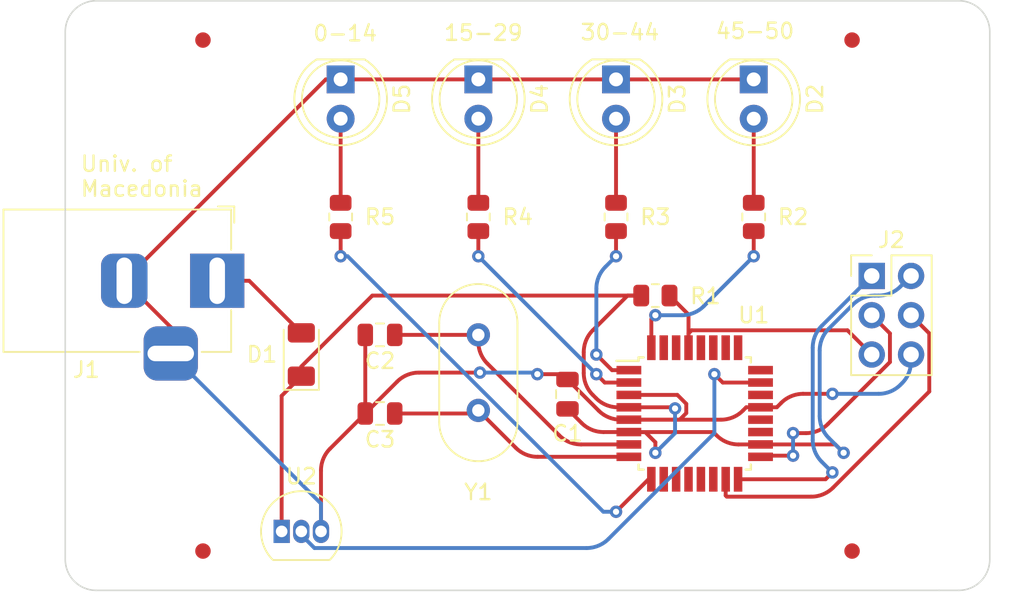
<source format=kicad_pcb>
(kicad_pcb (version 20221018) (generator pcbnew)
  (layers (0 "F.Cu" signal) (31 "B.Cu" signal) (34 "B.Paste" user) (35 "F.Paste" user) (36 "B.SilkS" user "B.Silkscreen") (37 "F.SilkS" user "F.Silkscreen") (38 "B.Mask" user) (39 "F.Mask" user) (44 "Edge.Cuts" user))
  (net 0 "")
  (net 1 "VCC")
  (net 2 "GND")
  (net 3 "Net-(U1-XTAL1{slash}PB6)")
  (net 4 "Net-(U1-XTAL2{slash}PB7)")
  (net 5 "Net-(D1-A)")
  (net 6 "Net-(D2-A)")
  (net 7 "Net-(D3-A)")
  (net 8 "Net-(D4-A)")
  (net 9 "Net-(D5-A)")
  (net 10 "Net-(J2-Pin_1)")
  (net 11 "Net-(J2-Pin_3)")
  (net 12 "Net-(J2-Pin_4)")
  (net 13 "/RESET")
  (net 14 "Net-(U1-PD2)")
  (net 15 "Net-(U1-PD3)")
  (net 16 "Net-(U1-PD4)")
  (net 17 "Net-(U1-PD5)")
  (net 26 "Net-(U1-PC0)")
  (footprint "Resistor_SMD:R_0805_2012Metric" (layer "F.Cu") (at 175.26 81.28 -90)
    (fp_text reference "R3" (at 0 -2.54) (layer "F.SilkS"))
    (fp_text value "150R")
    (fp_line (start -0.227064 -0.735) (end 0.227064 -0.735) (stroke (width 0.12)) (layer "F.SilkS"))
    (fp_line (start -0.227064 0.735) (end 0.227064 0.735) (stroke (width 0.12)) (layer "F.SilkS"))
    (pad "1" smd roundrect (at -0.9125 0 270) (size 1.025 1.4) (layers "F.Cu" "F.Paste" "F.Mask") (roundrect_rratio 0.243902439) (net 7 "Net-(D3-A)"))
    (pad "2" smd roundrect (at 0.9125 0 270) (size 1.025 1.4) (layers "F.Cu" "F.Paste" "F.Mask") (roundrect_rratio 0.243902439) (net 15 "Net-(U1-PD3)"))
  )
  (footprint "Resistor_SMD:R_0805_2012Metric" (layer "F.Cu") (at 184.15 81.28 -90)
    (fp_text reference "R2" (at 0 -2.54) (layer "F.SilkS"))
    (fp_text value "150R")
    (fp_line (start -0.227064 -0.735) (end 0.227064 -0.735) (stroke (width 0.12)) (layer "F.SilkS"))
    (fp_line (start -0.227064 0.735) (end 0.227064 0.735) (stroke (width 0.12)) (layer "F.SilkS"))
    (pad "1" smd roundrect (at -0.9125 0 270) (size 1.025 1.4) (layers "F.Cu" "F.Paste" "F.Mask") (roundrect_rratio 0.243902439) (net 6 "Net-(D2-A)"))
    (pad "2" smd roundrect (at 0.9125 0 270) (size 1.025 1.4) (layers "F.Cu" "F.Paste" "F.Mask") (roundrect_rratio 0.243902439) (net 14 "Net-(U1-PD2)"))
  )
  (footprint "Resistor_SMD:R_0805_2012Metric" (layer "F.Cu") (at 177.8 86.36)
    (fp_text reference "R1" (at 3.228185 0.032947) (layer "F.SilkS"))
    (fp_text value "10K")
    (fp_line (start -0.227064 -0.735) (end 0.227064 -0.735) (stroke (width 0.12)) (layer "F.SilkS"))
    (fp_line (start -0.227064 0.735) (end 0.227064 0.735) (stroke (width 0.12)) (layer "F.SilkS"))
    (pad "1" smd roundrect (at -0.9125 0) (size 1.025 1.4) (layers "F.Cu" "F.Paste" "F.Mask") (roundrect_rratio 0.243902439) (net 1 "VCC"))
    (pad "2" smd roundrect (at 0.9125 0) (size 1.025 1.4) (layers "F.Cu" "F.Paste" "F.Mask") (roundrect_rratio 0.243902439) (net 13 "/RESET"))
  )
  (footprint "LED_THT:LED_D5.0mm" (layer "F.Cu") (at 157.48 72.39 -90)
    (fp_text reference "D5" (at 1.27 -3.96 90) (layer "F.SilkS"))
    (fp_text value "0-14")
    (fp_line (start -1.29 -1.545) (end -1.29 1.545) (stroke (width 0.12)) (layer "F.SilkS"))
    (fp_arc (start -1.29 -1.54483) (mid 2.072002 -2.880433) (end 4.26 0.000462) (stroke (width 0.12)) (layer "F.SilkS"))
    (fp_arc (start 4.26 -0.000462) (mid 2.072002 2.880433) (end -1.29 1.54483) (stroke (width 0.12)) (layer "F.SilkS"))
    (fp_circle (center 1.27 0) (end 3.77 0) (stroke (width 0.12)) (fill none) (layer "F.SilkS"))
    (pad "1" thru_hole rect (at 0 0 270) (size 1.8 1.8) (drill 0.9) (layers "*.Cu" "*.Mask") (net 2 "GND"))
    (pad "2" thru_hole circle (at 2.54 0 270) (size 1.8 1.8) (drill 0.9) (layers "*.Cu" "*.Mask") (net 9 "Net-(D5-A)"))
  )
  (footprint "Resistor_SMD:R_0805_2012Metric" (layer "F.Cu") (at 157.48 81.28 -90)
    (fp_text reference "R5" (at 0 -2.54) (layer "F.SilkS"))
    (fp_text value "150R")
    (fp_line (start -0.227064 -0.735) (end 0.227064 -0.735) (stroke (width 0.12)) (layer "F.SilkS"))
    (fp_line (start -0.227064 0.735) (end 0.227064 0.735) (stroke (width 0.12)) (layer "F.SilkS"))
    (pad "1" smd roundrect (at -0.9125 0 270) (size 1.025 1.4) (layers "F.Cu" "F.Paste" "F.Mask") (roundrect_rratio 0.243902439) (net 9 "Net-(D5-A)"))
    (pad "2" smd roundrect (at 0.9125 0 270) (size 1.025 1.4) (layers "F.Cu" "F.Paste" "F.Mask") (roundrect_rratio 0.243902439) (net 17 "Net-(U1-PD5)"))
  )
  (footprint "Fiducial:Fiducial_1mm_Mask2mm" (layer "F.Cu") (at 190.5 69.85)
    (fp_text reference "FID2" hide)
    (fp_text value "Fiducial")
    (pad "" smd circle (at 0 0) (size 1 1) (layers "F.Cu" "F.Mask") (clearance 0.5))
  )
  (footprint "Package_TO_SOT_THT:TO-92_Inline" (layer "F.Cu") (at 153.67 101.6)
    (fp_text reference "U2" (at 1.27 -3.56) (layer "F.SilkS"))
    (fp_text value "TSIC306-TO92")
    (fp_line (start -0.53 1.85) (end 3.07 1.85) (stroke (width 0.12)) (layer "F.SilkS"))
    (fp_arc (start -0.568478 1.838478) (mid -1.132087 -0.994977) (end 1.27 -2.6) (stroke (width 0.12)) (layer "F.SilkS"))
    (fp_arc (start 1.27 -2.6) (mid 3.672087 -0.994977) (end 3.108478 1.838478) (stroke (width 0.12)) (layer "F.SilkS"))
    (pad "1" thru_hole rect (at 0 0) (size 1.05 1.5) (drill 0.75) (layers "*.Cu" "*.Mask") (net 1 "VCC"))
    (pad "2" thru_hole oval (at 1.27 0) (size 1.05 1.5) (drill 0.75) (layers "*.Cu" "*.Mask") (net 26 "Net-(U1-PC0)"))
    (pad "3" thru_hole oval (at 2.54 0) (size 1.05 1.5) (drill 0.75) (layers "*.Cu" "*.Mask") (net 2 "GND"))
  )
  (footprint "Diode_SMD:D_1206_3216Metric" (layer "F.Cu") (at 154.94 90.17 90)
    (fp_text reference "D1" (at 0 -2.54) (layer "F.SilkS"))
    (fp_text value "D")
    (fp_line (start -2.285 -1.135) (end -2.285 1.135) (stroke (width 0.12)) (layer "F.SilkS"))
    (fp_line (start -2.285 1.135) (end 1.6 1.135) (stroke (width 0.12)) (layer "F.SilkS"))
    (fp_line (start 1.6 -1.135) (end -2.285 -1.135) (stroke (width 0.12)) (layer "F.SilkS"))
    (pad "1" smd roundrect (at -1.4 0 90) (size 1.25 1.75) (layers "F.Cu" "F.Paste" "F.Mask") (roundrect_rratio 0.2) (net 1 "VCC"))
    (pad "2" smd roundrect (at 1.4 0 90) (size 1.25 1.75) (layers "F.Cu" "F.Paste" "F.Mask") (roundrect_rratio 0.2) (net 5 "Net-(D1-A)"))
  )
  (footprint "Fiducial:Fiducial_1mm_Mask2mm" (layer "F.Cu") (at 148.59 69.85)
    (fp_text reference "FID1" hide)
    (fp_text value "Fiducial")
    (pad "" smd circle (at 0 0) (size 1 1) (layers "F.Cu" "F.Mask") (clearance 0.5))
  )
  (footprint "LED_THT:LED_D5.0mm" (layer "F.Cu") (at 166.37 72.39 -90)
    (fp_text reference "D4" (at 1.27 -3.96 90) (layer "F.SilkS"))
    (fp_text value "15-29")
    (fp_line (start -1.29 -1.545) (end -1.29 1.545) (stroke (width 0.12)) (layer "F.SilkS"))
    (fp_arc (start -1.29 -1.54483) (mid 2.072002 -2.880433) (end 4.26 0.000462) (stroke (width 0.12)) (layer "F.SilkS"))
    (fp_arc (start 4.26 -0.000462) (mid 2.072002 2.880433) (end -1.29 1.54483) (stroke (width 0.12)) (layer "F.SilkS"))
    (fp_circle (center 1.27 0) (end 3.77 0) (stroke (width 0.12)) (fill none) (layer "F.SilkS"))
    (pad "1" thru_hole rect (at 0 0 270) (size 1.8 1.8) (drill 0.9) (layers "*.Cu" "*.Mask") (net 2 "GND"))
    (pad "2" thru_hole circle (at 2.54 0 270) (size 1.8 1.8) (drill 0.9) (layers "*.Cu" "*.Mask") (net 8 "Net-(D4-A)"))
  )
  (footprint "Package_QFP:TQFP-32_7x7mm_P0.8mm" (layer "F.Cu") (at 180.34 93.98)
    (fp_text reference "U1" (at 3.81 -6.35) (layer "F.SilkS"))
    (fp_text value "ATmega328-A")
    (fp_line (start -3.625 -3.625) (end -3.625 -3.4) (stroke (width 0.15)) (layer "F.SilkS"))
    (fp_line (start -3.625 -3.625) (end -3.3 -3.625) (stroke (width 0.15)) (layer "F.SilkS"))
    (fp_line (start -3.625 -3.4) (end -5.05 -3.4) (stroke (width 0.15)) (layer "F.SilkS"))
    (fp_line (start -3.625 3.625) (end -3.625 3.3) (stroke (width 0.15)) (layer "F.SilkS"))
    (fp_line (start -3.625 3.625) (end -3.3 3.625) (stroke (width 0.15)) (layer "F.SilkS"))
    (fp_line (start 3.625 -3.625) (end 3.3 -3.625) (stroke (width 0.15)) (layer "F.SilkS"))
    (fp_line (start 3.625 -3.625) (end 3.625 -3.3) (stroke (width 0.15)) (layer "F.SilkS"))
    (fp_line (start 3.625 3.625) (end 3.3 3.625) (stroke (width 0.15)) (layer "F.SilkS"))
    (fp_line (start 3.625 3.625) (end 3.625 3.3) (stroke (width 0.15)) (layer "F.SilkS"))
    (pad "1" smd rect (at -4.25 -2.8) (size 1.6 0.55) (layers "F.Cu" "F.Paste" "F.Mask") (net 15 "Net-(U1-PD3)"))
    (pad "2" smd rect (at -4.25 -2) (size 1.6 0.55) (layers "F.Cu" "F.Paste" "F.Mask") (net 16 "Net-(U1-PD4)"))
    (pad "3" smd rect (at -4.25 -1.2) (size 1.6 0.55) (layers "F.Cu" "F.Paste" "F.Mask") (net 2 "GND"))
    (pad "4" smd rect (at -4.25 -0.4) (size 1.6 0.55) (layers "F.Cu" "F.Paste" "F.Mask") (net 1 "VCC"))
    (pad "5" smd rect (at -4.25 0.4) (size 1.6 0.55) (layers "F.Cu" "F.Paste" "F.Mask") (net 2 "GND"))
    (pad "6" smd rect (at -4.25 1.2) (size 1.6 0.55) (layers "F.Cu" "F.Paste" "F.Mask") (net 1 "VCC"))
    (pad "7" smd rect (at -4.25 2) (size 1.6 0.55) (layers "F.Cu" "F.Paste" "F.Mask") (net 3 "Net-(U1-XTAL1{slash}PB6)"))
    (pad "8" smd rect (at -4.25 2.8) (size 1.6 0.55) (layers "F.Cu" "F.Paste" "F.Mask") (net 4 "Net-(U1-XTAL2{slash}PB7)"))
    (pad "9" smd rect (at -2.8 4.25 90) (size 1.6 0.55) (layers "F.Cu" "F.Paste" "F.Mask") (net 17 "Net-(U1-PD5)"))
    (pad "10" smd rect (at -2 4.25 90) (size 1.6 0.55) (layers "F.Cu" "F.Paste" "F.Mask"))
    (pad "11" smd rect (at -1.2 4.25 90) (size 1.6 0.55) (layers "F.Cu" "F.Paste" "F.Mask"))
    (pad "12" smd rect (at -0.4 4.25 90) (size 1.6 0.55) (layers "F.Cu" "F.Paste" "F.Mask"))
    (pad "13" smd rect (at 0.4 4.25 90) (size 1.6 0.55) (layers "F.Cu" "F.Paste" "F.Mask"))
    (pad "14" smd rect (at 1.2 4.25 90) (size 1.6 0.55) (layers "F.Cu" "F.Paste" "F.Mask"))
    (pad "15" smd rect (at 2 4.25 90) (size 1.6 0.55) (layers "F.Cu" "F.Paste" "F.Mask") (net 12 "Net-(J2-Pin_4)"))
    (pad "16" smd rect (at 2.8 4.25 90) (size 1.6 0.55) (layers "F.Cu" "F.Paste" "F.Mask") (net 10 "Net-(J2-Pin_1)"))
    (pad "17" smd rect (at 4.25 2.8) (size 1.6 0.55) (layers "F.Cu" "F.Paste" "F.Mask") (net 11 "Net-(J2-Pin_3)"))
    (pad "18" smd rect (at 4.25 2) (size 1.6 0.55) (layers "F.Cu" "F.Paste" "F.Mask") (net 1 "VCC"))
    (pad "19" smd rect (at 4.25 1.2) (size 1.6 0.55) (layers "F.Cu" "F.Paste" "F.Mask"))
    (pad "20" smd rect (at 4.25 0.4) (size 1.6 0.55) (layers "F.Cu" "F.Paste" "F.Mask"))
    (pad "21" smd rect (at 4.25 -0.4) (size 1.6 0.55) (layers "F.Cu" "F.Paste" "F.Mask") (net 2 "GND"))
    (pad "22" smd rect (at 4.25 -1.2) (size 1.6 0.55) (layers "F.Cu" "F.Paste" "F.Mask"))
    (pad "23" smd rect (at 4.25 -2) (size 1.6 0.55) (layers "F.Cu" "F.Paste" "F.Mask") (net 26 "Net-(U1-PC0)"))
    (pad "24" smd rect (at 4.25 -2.8) (size 1.6 0.55) (layers "F.Cu" "F.Paste" "F.Mask"))
    (pad "25" smd rect (at 2.8 -4.25 90) (size 1.6 0.55) (layers "F.Cu" "F.Paste" "F.Mask"))
    (pad "26" smd rect (at 2 -4.25 90) (size 1.6 0.55) (layers "F.Cu" "F.Paste" "F.Mask"))
    (pad "27" smd rect (at 1.2 -4.25 90) (size 1.6 0.55) (layers "F.Cu" "F.Paste" "F.Mask"))
    (pad "28" smd rect (at 0.4 -4.25 90) (size 1.6 0.55) (layers "F.Cu" "F.Paste" "F.Mask"))
    (pad "29" smd rect (at -0.4 -4.25 90) (size 1.6 0.55) (layers "F.Cu" "F.Paste" "F.Mask") (net 13 "/RESET"))
    (pad "30" smd rect (at -1.2 -4.25 90) (size 1.6 0.55) (layers "F.Cu" "F.Paste" "F.Mask"))
    (pad "31" smd rect (at -2 -4.25 90) (size 1.6 0.55) (layers "F.Cu" "F.Paste" "F.Mask"))
    (pad "32" smd rect (at -2.8 -4.25 90) (size 1.6 0.55) (layers "F.Cu" "F.Paste" "F.Mask") (net 14 "Net-(U1-PD2)"))
  )
  (footprint "Crystal:Crystal_HC49-4H_Vertical" (layer "F.Cu") (at 166.37 88.9 -90)
    (fp_text reference "Y1" (at 10.16 0) (layer "F.SilkS"))
    (fp_text value "16mhZ")
    (fp_line (start -0.76 -2.525) (end 5.64 -2.525) (stroke (width 0.12)) (layer "F.SilkS"))
    (fp_line (start -0.76 2.525) (end 5.64 2.525) (stroke (width 0.12)) (layer "F.SilkS"))
    (fp_arc (start -0.76 2.525) (mid -3.285 0) (end -0.76 -2.525) (stroke (width 0.12)) (layer "F.SilkS"))
    (fp_arc (start 5.64 -2.525) (mid 8.165 0) (end 5.64 2.525) (stroke (width 0.12)) (layer "F.SilkS"))
    (pad "1" thru_hole circle (at 0 0 270) (size 1.5 1.5) (drill 0.8) (layers "*.Cu" "*.Mask") (net 3 "Net-(U1-XTAL1{slash}PB6)"))
    (pad "2" thru_hole circle (at 4.88 0 270) (size 1.5 1.5) (drill 0.8) (layers "*.Cu" "*.Mask") (net 4 "Net-(U1-XTAL2{slash}PB7)"))
  )
  (footprint "Connector_PinHeader_2.54mm:PinHeader_2x03_P2.54mm_Vertical" (layer "F.Cu") (at 191.77 85.09)
    (fp_text reference "J2" (at 1.27 -2.33) (layer "F.SilkS"))
    (fp_text value "Conn_02x03_Odd_Even")
    (fp_line (start -1.33 -1.33) (end 0 -1.33) (stroke (width 0.12)) (layer "F.SilkS"))
    (fp_line (start -1.33 0) (end -1.33 -1.33) (stroke (width 0.12)) (layer "F.SilkS"))
    (fp_line (start -1.33 1.27) (end -1.33 6.41) (stroke (width 0.12)) (layer "F.SilkS"))
    (fp_line (start -1.33 1.27) (end 1.27 1.27) (stroke (width 0.12)) (layer "F.SilkS"))
    (fp_line (start -1.33 6.41) (end 3.87 6.41) (stroke (width 0.12)) (layer "F.SilkS"))
    (fp_line (start 1.27 -1.33) (end 3.87 -1.33) (stroke (width 0.12)) (layer "F.SilkS"))
    (fp_line (start 1.27 1.27) (end 1.27 -1.33) (stroke (width 0.12)) (layer "F.SilkS"))
    (fp_line (start 3.87 -1.33) (end 3.87 6.41) (stroke (width 0.12)) (layer "F.SilkS"))
    (pad "1" thru_hole rect (at 0 0) (size 1.7 1.7) (drill 1) (layers "*.Cu" "*.Mask") (net 10 "Net-(J2-Pin_1)"))
    (pad "2" thru_hole oval (at 2.54 0) (size 1.7 1.7) (drill 1) (layers "*.Cu" "*.Mask") (net 1 "VCC"))
    (pad "3" thru_hole oval (at 0 2.54) (size 1.7 1.7) (drill 1) (layers "*.Cu" "*.Mask") (net 11 "Net-(J2-Pin_3)"))
    (pad "4" thru_hole oval (at 2.54 2.54) (size 1.7 1.7) (drill 1) (layers "*.Cu" "*.Mask") (net 12 "Net-(J2-Pin_4)"))
    (pad "5" thru_hole oval (at 0 5.08) (size 1.7 1.7) (drill 1) (layers "*.Cu" "*.Mask") (net 13 "/RESET"))
    (pad "6" thru_hole oval (at 2.54 5.08) (size 1.7 1.7) (drill 1) (layers "*.Cu" "*.Mask") (net 2 "GND"))
  )
  (footprint "Resistor_SMD:R_0805_2012Metric" (layer "F.Cu") (at 166.37 81.28 -90)
    (fp_text reference "R4" (at 0 -2.54) (layer "F.SilkS"))
    (fp_text value "150R")
    (fp_line (start -0.227064 -0.735) (end 0.227064 -0.735) (stroke (width 0.12)) (layer "F.SilkS"))
    (fp_line (start -0.227064 0.735) (end 0.227064 0.735) (stroke (width 0.12)) (layer "F.SilkS"))
    (pad "1" smd roundrect (at -0.9125 0 270) (size 1.025 1.4) (layers "F.Cu" "F.Paste" "F.Mask") (roundrect_rratio 0.243902439) (net 8 "Net-(D4-A)"))
    (pad "2" smd roundrect (at 0.9125 0 270) (size 1.025 1.4) (layers "F.Cu" "F.Paste" "F.Mask") (roundrect_rratio 0.243902439) (net 16 "Net-(U1-PD4)"))
  )
  (footprint "Connector_BarrelJack:BarrelJack_Horizontal" (layer "F.Cu") (at 149.51 85.4025)
    (fp_text reference "J1" (at -8.45 5.75) (layer "F.SilkS"))
    (fp_text value "Barrel_Jack_Switch")
    (fp_line (start -13.8 -4.6) (end 0.9 -4.6) (stroke (width 0.12)) (layer "F.SilkS"))
    (fp_line (start -13.8 4.6) (end -13.8 -4.6) (stroke (width 0.12)) (layer "F.SilkS"))
    (fp_line (start -5 4.6) (end -13.8 4.6) (stroke (width 0.12)) (layer "F.SilkS"))
    (fp_line (start 0.05 -4.8) (end 1.1 -4.8) (stroke (width 0.12)) (layer "F.SilkS"))
    (fp_line (start 0.9 -4.6) (end 0.9 -2) (stroke (width 0.12)) (layer "F.SilkS"))
    (fp_line (start 0.9 1.9) (end 0.9 4.6) (stroke (width 0.12)) (layer "F.SilkS"))
    (fp_line (start 0.9 4.6) (end -1 4.6) (stroke (width 0.12)) (layer "F.SilkS"))
    (fp_line (start 1.1 -3.75) (end 1.1 -4.8) (stroke (width 0.12)) (layer "F.SilkS"))
    (pad "1" thru_hole rect (at 0 0) (size 3.5 3.5) (drill oval 1 3) (layers "*.Cu" "*.Mask") (net 5 "Net-(D1-A)"))
    (pad "2" thru_hole roundrect (at -6 0) (size 3 3.5) (drill oval 1 3) (layers "*.Cu" "*.Mask") (net 2 "GND"))
    (pad "3" thru_hole roundrect (at -3 4.7) (size 3.5 3.5) (drill oval 3 1) (layers "*.Cu" "*.Mask") (net 2 "GND"))
  )
  (footprint "MountingHole:MountingHole_3.2mm_M3" (layer "F.Cu") (at 144.78 99.06)
    (fp_text reference "H3" hide)
    (fp_text value "MountingHole")
    (pad "" np_thru_hole circle (at 0 0) (size 3.2 3.2) (drill 3.2) (layers "*.Cu" "*.Mask"))
  )
  (footprint "MountingHole:MountingHole_3.2mm_M3" (layer "F.Cu") (at 194.31 73.66)
    (fp_text reference "H2" hide)
    (fp_text value "MountingHole")
    (pad "" np_thru_hole circle (at 0 0) (size 3.2 3.2) (drill 3.2) (layers "*.Cu" "*.Mask"))
  )
  (footprint "Fiducial:Fiducial_1mm_Mask2mm" (layer "F.Cu") (at 190.5 102.87)
    (fp_text reference "FID4" hide)
    (fp_text value "Fiducial")
    (pad "" smd circle (at 0 0) (size 1 1) (layers "F.Cu" "F.Mask") (clearance 0.5))
  )
  (footprint "LED_THT:LED_D5.0mm" (layer "F.Cu") (at 184.15 72.39 -90)
    (fp_text reference "D2" (at 1.27 -3.96 90) (layer "F.SilkS"))
    (fp_text value "45-50")
    (fp_line (start -1.29 -1.545) (end -1.29 1.545) (stroke (width 0.12)) (layer "F.SilkS"))
    (fp_arc (start -1.29 -1.54483) (mid 2.072002 -2.880433) (end 4.26 0.000462) (stroke (width 0.12)) (layer "F.SilkS"))
    (fp_arc (start 4.26 -0.000462) (mid 2.072002 2.880433) (end -1.29 1.54483) (stroke (width 0.12)) (layer "F.SilkS"))
    (fp_circle (center 1.27 0) (end 3.77 0) (stroke (width 0.12)) (fill none) (layer "F.SilkS"))
    (pad "1" thru_hole rect (at 0 0 270) (size 1.8 1.8) (drill 0.9) (layers "*.Cu" "*.Mask") (net 2 "GND"))
    (pad "2" thru_hole circle (at 2.54 0 270) (size 1.8 1.8) (drill 0.9) (layers "*.Cu" "*.Mask") (net 6 "Net-(D2-A)"))
  )
  (footprint "Capacitor_SMD:C_0805_2012Metric" (layer "F.Cu") (at 172.125822 92.732843 90)
    (fp_text reference "C1" (at -2.54 0) (layer "F.SilkS"))
    (fp_text value "100nF")
    (fp_line (start -0.261252 -0.735) (end 0.261252 -0.735) (stroke (width 0.12)) (layer "F.SilkS"))
    (fp_line (start -0.261252 0.735) (end 0.261252 0.735) (stroke (width 0.12)) (layer "F.SilkS"))
    (pad "1" smd roundrect (at -0.95 0 90) (size 1 1.45) (layers "F.Cu" "F.Paste" "F.Mask") (net 1 "VCC"))
    (pad "2" smd roundrect (at 0.95 0 90) (size 1 1.45) (layers "F.Cu" "F.Paste" "F.Mask") (net 2 "GND"))
  )
  (footprint "MountingHole:MountingHole_3.2mm_M3" (layer "F.Cu") (at 144.78 73.66)
    (fp_text reference "H1" hide)
    (fp_text value "MountingHole")
    (pad "" np_thru_hole circle (at 0 0) (size 3.2 3.2) (drill 3.2) (layers "*.Cu" "*.Mask"))
  )
  (footprint "LED_THT:LED_D5.0mm" (layer "F.Cu") (at 175.26 72.39 -90)
    (fp_text reference "D3" (at 1.27 -3.96 90) (layer "F.SilkS"))
    (fp_text value "30-44")
    (fp_line (start -1.29 -1.545) (end -1.29 1.545) (stroke (width 0.12)) (layer "F.SilkS"))
    (fp_arc (start -1.29 -1.54483) (mid 2.072002 -2.880433) (end 4.26 0.000462) (stroke (width 0.12)) (layer "F.SilkS"))
    (fp_arc (start 4.26 -0.000462) (mid 2.072002 2.880433) (end -1.29 1.54483) (stroke (width 0.12)) (layer "F.SilkS"))
    (fp_circle (center 1.27 0) (end 3.77 0) (stroke (width 0.12)) (fill none) (layer "F.SilkS"))
    (pad "1" thru_hole rect (at 0 0 270) (size 1.8 1.8) (drill 0.9) (layers "*.Cu" "*.Mask") (net 2 "GND"))
    (pad "2" thru_hole circle (at 2.54 0 270) (size 1.8 1.8) (drill 0.9) (layers "*.Cu" "*.Mask") (net 7 "Net-(D3-A)"))
  )
  (footprint "MountingHole:MountingHole_3.2mm_M3" (layer "F.Cu") (at 194.31 99.06)
    (fp_text reference "H4" hide)
    (fp_text value "MountingHole")
    (pad "" np_thru_hole circle (at 0 0) (size 3.2 3.2) (drill 3.2) (layers "*.Cu" "*.Mask"))
  )
  (footprint "Capacitor_SMD:C_0805_2012Metric" (layer "F.Cu") (at 160.02 93.98 180)
    (fp_text reference "C3" (at 0 -1.68) (layer "F.SilkS"))
    (fp_text value "22pF")
    (fp_line (start -0.261252 -0.735) (end 0.261252 -0.735) (stroke (width 0.12)) (layer "F.SilkS"))
    (fp_line (start -0.261252 0.735) (end 0.261252 0.735) (stroke (width 0.12)) (layer "F.SilkS"))
    (pad "1" smd roundrect (at -0.95 0 180) (size 1 1.45) (layers "F.Cu" "F.Paste" "F.Mask") (net 4 "Net-(U1-XTAL2{slash}PB7)"))
    (pad "2" smd roundrect (at 0.95 0 180) (size 1 1.45) (layers "F.Cu" "F.Paste" "F.Mask") (net 2 "GND"))
  )
  (footprint "Capacitor_SMD:C_0805_2012Metric" (layer "F.Cu") (at 160.02 88.9 180)
    (fp_text reference "C2" (at 0 -1.68) (layer "F.SilkS"))
    (fp_text value "22pF")
    (fp_line (start -0.261252 -0.735) (end 0.261252 -0.735) (stroke (width 0.12)) (layer "F.SilkS"))
    (fp_line (start -0.261252 0.735) (end 0.261252 0.735) (stroke (width 0.12)) (layer "F.SilkS"))
    (pad "1" smd roundrect (at -0.95 0 180) (size 1 1.45) (layers "F.Cu" "F.Paste" "F.Mask") (net 3 "Net-(U1-XTAL1{slash}PB6)"))
    (pad "2" smd roundrect (at 0.95 0 180) (size 1 1.45) (layers "F.Cu" "F.Paste" "F.Mask") (net 2 "GND"))
  )
  (footprint "Fiducial:Fiducial_1mm_Mask2mm" (layer "F.Cu") (at 148.59 102.87)
    (fp_text reference "FID3" hide)
    (fp_text value "Fiducial")
    (pad "" smd circle (at 0 0) (size 1 1) (layers "F.Cu" "F.Mask") (clearance 0.5))
  )
  (gr_arc (start 139.7 69.31) (mid 140.285786 67.895786) (end 141.7 67.31) (stroke (width 0.1)) (layer "Edge.Cuts"))
  (gr_arc (start 141.7 105.41) (mid 140.285786 104.824214) (end 139.7 103.41) (stroke (width 0.1)) (layer "Edge.Cuts"))
  (gr_line (start 196.12 67.31) (end 197.39 67.31) (stroke (width 0.1)) (layer "Edge.Cuts"))
  (gr_arc (start 199.39 103.41) (mid 198.804214 104.824214) (end 197.39 105.41) (stroke (width 0.1)) (layer "Edge.Cuts"))
  (gr_line (start 141.7 67.31) (end 196.12 67.31) (stroke (width 0.1)) (layer "Edge.Cuts"))
  (gr_line (start 199.39 69.31) (end 199.39 103.41) (stroke (width 0.1)) (layer "Edge.Cuts"))
  (gr_line (start 197.39 105.41) (end 196.12 105.41) (stroke (width 0.1)) (layer "Edge.Cuts"))
  (gr_line (start 139.7 69.31) (end 139.7 103.41) (stroke (width 0.1)) (layer "Edge.Cuts"))
  (gr_arc (start 197.39 67.31) (mid 198.804214 67.895786) (end 199.39 69.31) (stroke (width 0.1)) (layer "Edge.Cuts"))
  (gr_line (start 196.12 105.41) (end 141.7 105.41) (stroke (width 0.1)) (layer "Edge.Cuts"))
  (gr_text "45-50" (at 181.61 69.85) (layer "F.SilkS") (effects (font (size 1 1)) (justify left bottom)))
  (gr_text "30-44" (at 172.88737 69.933466) (layer "F.SilkS") (effects (font (size 1 1)) (justify left bottom)))
  (gr_text "15-29\n" (at 164.073369 69.966601) (layer "F.SilkS") (effects (font (size 1 1)) (justify left bottom)))
  (gr_text "Univ. of\nMacedonia" (at 140.613544 80.039746) (layer "F.SilkS") (effects (font (size 1 1)) (justify left bottom)))
  (gr_text "0-14" (at 155.623855 69.999737) (layer "F.SilkS") (effects (font (size 1 1)) (justify left bottom)))
  (segment (start 176.09 95.18) (end 177.14 95.18) (width 0.25) (layer "F.Cu") (net 1))
  (segment (start 154.94 91.57) (end 153.67 92.84) (width 0.25) (layer "F.Cu") (net 1))
  (segment (start 189.955 96.52) (end 189.415 95.98) (width 0.25) (layer "F.Cu") (net 1))
  (segment (start 189.415 95.98) (end 184.59 95.98) (width 0.25) (layer "F.Cu") (net 1))
  (segment (start 179.07 93.655) (end 178.995 93.58) (width 0.25) (layer "F.Cu") (net 1))
  (segment (start 177.14 95.18) (end 177.8 95.84) (width 0.25) (layer "F.Cu") (net 1))
  (segment (start 154.94 91.57) (end 154.94 90.945) (width 0.25) (layer "F.Cu") (net 1))
  (segment (start 173.175822 90.01617) (end 173.175822 91.36802) (width 0.25) (layer "F.Cu") (net 1))
  (segment (start 159.525 86.36) (end 176.8875 86.36) (width 0.25) (layer "F.Cu") (net 1))
  (segment (start 181.54 95.18) (end 181.754214 95.394214) (width 0.25) (layer "F.Cu") (net 1))
  (segment (start 178.995 93.58) (end 176.09 93.58) (width 0.25) (layer "F.Cu") (net 1))
  (segment (start 175.387802 93.58) (end 176.09 93.58) (width 0.25) (layer "F.Cu") (net 1))
  (segment (start 172.125822 93.682843) (end 173.037193 94.594214) (width 0.25) (layer "F.Cu") (net 1))
  (segment (start 183.168427 95.98) (end 184.59 95.98) (width 0.25) (layer "F.Cu") (net 1))
  (segment (start 173.761609 92.782234) (end 173.973589 92.994214) (width 0.25) (layer "F.Cu") (net 1))
  (segment (start 176.09 95.18) (end 181.54 95.18) (width 0.25) (layer "F.Cu") (net 1))
  (segment (start 174.451406 95.18) (end 176.09 95.18) (width 0.25) (layer "F.Cu") (net 1))
  (segment (start 153.67 92.84) (end 153.67 101.6) (width 0.25) (layer "F.Cu") (net 1))
  (segment (start 176.003565 86.36) (end 173.761608 88.601957) (width 0.25) (layer "F.Cu") (net 1))
  (segment (start 154.94 90.945) (end 159.525 86.36) (width 0.25) (layer "F.Cu") (net 1))
  (segment (start 177.8 95.84) (end 177.8 96.52) (width 0.25) (layer "F.Cu") (net 1))
  (segment (start 176.8875 86.36) (end 176.003565 86.36) (width 0.25) (layer "F.Cu") (net 1))
  (via (at 179.07 93.655) (size 0.8) (drill 0.4) (layers "F.Cu" "B.Cu") (net 1))
  (via (at 177.8 96.52) (size 0.8) (drill 0.4) (layers "F.Cu" "B.Cu") (net 1))
  (via (at 189.955 96.52) (size 0.8) (drill 0.4) (layers "F.Cu" "B.Cu") (net 1))
  (arc (start 174.451406 95.18) (mid 173.686039 95.027759) (end 173.037193 94.594214) (width 0.25) (layer "F.Cu") (net 1))
  (arc (start 183.168427 95.98) (mid 182.40306 95.827759) (end 181.754214 95.394214) (width 0.25) (layer "F.Cu") (net 1))
  (arc (start 175.387802 93.58) (mid 174.622435 93.427759) (end 173.973589 92.994214) (width 0.25) (layer "F.Cu") (net 1))
  (arc (start 173.175822 90.01617) (mid 173.328063 89.250803) (end 173.761608 88.601957) (width 0.25) (layer "F.Cu") (net 1))
  (arc (start 173.175822 91.36802) (mid 173.328063 92.133387) (end 173.761609 92.782234) (width 0.25) (layer "F.Cu") (net 1))
  (segment (start 177.8 96.52) (end 179.07 95.25) (width 0.25) (layer "B.Cu") (net 1))
  (segment (start 190.550609 86.945787) (end 188.995786 88.50061) (width 0.25) (layer "B.Cu") (net 1))
  (segment (start 188.995787 95.560787) (end 189.955 96.52) (width 0.25) (layer "B.Cu") (net 1))
  (segment (start 192.211573 86.36) (end 191.964823 86.36) (width 0.25) (layer "B.Cu") (net 1))
  (segment (start 188.41 89.914823) (end 188.41 94.146573) (width 0.25) (layer "B.Cu") (net 1))
  (segment (start 194.31 85.09) (end 193.625786 85.774214) (width 0.25) (layer "B.Cu") (net 1))
  (segment (start 179.07 95.25) (end 179.07 93.655) (width 0.25) (layer "B.Cu") (net 1))
  (arc (start 190.550609 86.945787) (mid 191.199456 86.512241) (end 191.964823 86.36) (width 0.25) (layer "B.Cu") (net 1))
  (arc (start 188.995787 95.560787) (mid 188.562241 94.91194) (end 188.41 94.146573) (width 0.25) (layer "B.Cu") (net 1))
  (arc (start 192.211573 86.36) (mid 192.97694 86.207759) (end 193.625786 85.774214) (width 0.25) (layer "B.Cu") (net 1))
  (arc (start 188.995786 88.50061) (mid 188.562241 89.149456) (end 188.41 89.914823) (width 0.25) (layer "B.Cu") (net 1))
  (segment (start 179.370305 94.38) (end 176.09 94.38) (width 0.25) (layer "F.Cu") (net 2))
  (segment (start 162.54122 91.337207) (end 166.472793 91.337207) (width 0.25) (layer "F.Cu") (net 2))
  (segment (start 159.07 93.98) (end 161.127007 91.922993) (width 0.25) (layer "F.Cu") (net 2))
  (segment (start 175.551406 94.38) (end 176.09 94.38) (width 0.25) (layer "F.Cu") (net 2))
  (segment (start 185.924213 93.295787) (end 185.64 93.58) (width 0.25) (layer "F.Cu") (net 2))
  (segment (start 156.5225 72.39) (end 157.48 72.39) (width 0.25) (layer "F.Cu") (net 2))
  (segment (start 159.07 88.9) (end 159.07 93.98) (width 0.25) (layer "F.Cu") (net 2))
  (segment (start 143.51 85.4025) (end 146.51 88.4025) (width 0.25) (layer "F.Cu") (net 2))
  (segment (start 176.09 92.78) (end 179.220305 92.78) (width 0.25) (layer "F.Cu") (net 2))
  (segment (start 143.51 85.4025) (end 156.5225 72.39) (width 0.25) (layer "F.Cu") (net 2))
  (segment (start 171.782979 91.44) (end 172.125822 91.782843) (width 0.25) (layer "F.Cu") (net 2))
  (segment (start 179.795 93.354695) (end 179.795 93.955305) (width 0.25) (layer "F.Cu") (net 2))
  (segment (start 179.795 93.955305) (end 179.370305 94.38) (width 0.25) (layer "F.Cu") (net 2))
  (segment (start 175.26 72.39) (end 184.15 72.39) (width 0.25) (layer "F.Cu") (net 2))
  (segment (start 156.21 101.6) (end 156.21 97.668427) (width 0.25) (layer "F.Cu") (net 2))
  (segment (start 179.220305 92.78) (end 179.795 93.354695) (width 0.25) (layer "F.Cu") (net 2))
  (segment (start 185.64 93.58) (end 184.59 93.58) (width 0.25) (layer "F.Cu") (net 2))
  (segment (start 157.48 72.39) (end 166.37 72.39) (width 0.25) (layer "F.Cu") (net 2))
  (segment (start 189.23 92.71) (end 187.338427 92.71) (width 0.25) (layer "F.Cu") (net 2))
  (segment (start 166.37 72.39) (end 175.26 72.39) (width 0.25) (layer "F.Cu") (net 2))
  (segment (start 183.665 93.58) (end 184.59 93.58) (width 0.25) (layer "F.Cu") (net 2))
  (segment (start 176.09 94.38) (end 182.036573 94.38) (width 0.25) (layer "F.Cu") (net 2))
  (segment (start 172.125822 91.782843) (end 174.137193 93.794214) (width 0.25) (layer "F.Cu") (net 2))
  (segment (start 156.795787 96.254213) (end 159.07 93.98) (width 0.25) (layer "F.Cu") (net 2))
  (segment (start 146.51 88.4025) (end 146.51 90.1025) (width 0.25) (layer "F.Cu") (net 2))
  (segment (start 183.450787 93.794213) (end 183.665 93.58) (width 0.25) (layer "F.Cu") (net 2))
  (segment (start 170.18 91.44) (end 171.782979 91.44) (width 0.25) (layer "F.Cu") (net 2))
  (via (at 166.472793 91.337207) (size 0.8) (drill 0.4) (layers "F.Cu" "B.Cu") (net 2))
  (via (at 170.18 91.44) (size 0.8) (drill 0.4) (layers "F.Cu" "B.Cu") (net 2))
  (via (at 189.23 92.71) (size 0.8) (drill 0.4) (layers "F.Cu" "B.Cu") (net 2))
  (arc (start 185.924213 93.295787) (mid 186.57306 92.862241) (end 187.338427 92.71) (width 0.25) (layer "F.Cu") (net 2))
  (arc (start 174.137193 93.794214) (mid 174.786039 94.227759) (end 175.551406 94.38) (width 0.25) (layer "F.Cu") (net 2))
  (arc (start 156.795787 96.254213) (mid 156.362241 96.90306) (end 156.21 97.668427) (width 0.25) (layer "F.Cu") (net 2))
  (arc (start 161.127007 91.922993) (mid 161.775853 91.489448) (end 162.54122 91.337207) (width 0.25) (layer "F.Cu") (net 2))
  (arc (start 182.036573 94.38) (mid 182.80194 94.227759) (end 183.450787 93.794213) (width 0.25) (layer "F.Cu") (net 2))
  (segment (start 170.077207 91.337207) (end 170.18 91.44) (width 0.25) (layer "B.Cu") (net 2))
  (segment (start 194.31 90.611573) (end 194.31 90.17) (width 0.25) (layer "B.Cu") (net 2))
  (segment (start 189.23 92.71) (end 192.211573 92.71) (width 0.25) (layer "B.Cu") (net 2))
  (segment (start 166.472793 91.337207) (end 170.077207 91.337207) (width 0.25) (layer "B.Cu") (net 2))
  (segment (start 193.625787 92.124213) (end 193.724214 92.025786) (width 0.25) (layer "B.Cu") (net 2))
  (segment (start 156.21 99.8025) (end 156.21 101.6) (width 0.25) (layer "B.Cu") (net 2))
  (segment (start 146.51 90.1025) (end 156.21 99.8025) (width 0.25) (layer "B.Cu") (net 2))
  (arc (start 194.31 90.611573) (mid 194.157759 91.37694) (end 193.724214 92.025786) (width 0.25) (layer "B.Cu") (net 2))
  (arc (start 192.211573 92.71) (mid 192.97694 92.557759) (end 193.625787 92.124213) (width 0.25) (layer "B.Cu") (net 2))
  (segment (start 171.594213 95.394213) (end 166.955786 90.755786) (width 0.25) (layer "F.Cu") (net 3))
  (segment (start 166.37 89.341573) (end 166.37 88.9) (width 0.25) (layer "F.Cu") (net 3))
  (segment (start 173.008427 95.98) (end 176.09 95.98) (width 0.25) (layer "F.Cu") (net 3))
  (segment (start 160.97 88.9) (end 166.37 88.9) (width 0.25) (layer "F.Cu") (net 3))
  (arc (start 166.37 89.341573) (mid 166.522241 90.10694) (end 166.955786 90.755786) (width 0.25) (layer "F.Cu") (net 3))
  (arc (start 171.594213 95.394213) (mid 172.24306 95.827759) (end 173.008427 95.98) (width 0.25) (layer "F.Cu") (net 3))
  (segment (start 166.17 93.98) (end 166.37 93.78) (width 0.25) (layer "F.Cu") (net 4))
  (segment (start 166.37 93.78) (end 168.784214 96.194214) (width 0.25) (layer "F.Cu") (net 4))
  (segment (start 160.97 93.98) (end 166.17 93.98) (width 0.25) (layer "F.Cu") (net 4))
  (segment (start 170.198427 96.78) (end 176.09 96.78) (width 0.25) (layer "F.Cu") (net 4))
  (arc (start 168.784214 96.194214) (mid 169.43306 96.627759) (end 170.198427 96.78) (width 0.25) (layer "F.Cu") (net 4))
  (segment (start 149.51 85.4025) (end 151.5725 85.4025) (width 0.25) (layer "F.Cu") (net 5))
  (segment (start 151.5725 85.4025) (end 154.94 88.77) (width 0.25) (layer "F.Cu") (net 5))
  (segment (start 184.15 74.93) (end 184.15 80.3675) (width 0.25) (layer "F.Cu") (net 6))
  (segment (start 175.26 74.93) (end 175.26 80.3675) (width 0.25) (layer "F.Cu") (net 7))
  (segment (start 166.37 74.93) (end 166.37 80.3675) (width 0.25) (layer "F.Cu") (net 8))
  (segment (start 157.48 74.93) (end 157.48 80.3675) (width 0.25) (layer "F.Cu") (net 9))
  (segment (start 188.79 98.23) (end 183.14 98.23) (width 0.25) (layer "F.Cu") (net 10))
  (segment (start 189.23 97.79) (end 188.79 98.23) (width 0.25) (layer "F.Cu") (net 10))
  (via (at 189.23 97.79) (size 0.8) (drill 0.4) (layers "F.Cu" "B.Cu") (net 10))
  (segment (start 188.545787 97.105787) (end 189.23 97.79) (width 0.25) (layer "B.Cu") (net 10))
  (segment (start 191.77 85.09) (end 188.545786 88.314214) (width 0.25) (layer "B.Cu") (net 10))
  (segment (start 187.96 89.728427) (end 187.96 95.691573) (width 0.25) (layer "B.Cu") (net 10))
  (arc (start 188.545786 88.314214) (mid 188.112241 88.96306) (end 187.96 89.728427) (width 0.25) (layer "B.Cu") (net 10))
  (arc (start 188.545787 97.105787) (mid 188.112241 96.45694) (end 187.96 95.691573) (width 0.25) (layer "B.Cu") (net 10))
  (segment (start 192.945 88.805) (end 192.945 90.656701) (width 0.25) (layer "F.Cu") (net 11))
  (segment (start 187.523274 95.25) (end 186.69 95.25) (width 0.25) (layer "F.Cu") (net 11))
  (segment (start 191.77 87.63) (end 192.945 88.805) (width 0.25) (layer "F.Cu") (net 11))
  (segment (start 186.69 96.705) (end 184.665 96.705) (width 0.25) (layer "F.Cu") (net 11))
  (segment (start 184.665 96.705) (end 184.59 96.78) (width 0.25) (layer "F.Cu") (net 11))
  (segment (start 192.945 90.656701) (end 188.937487 94.664214) (width 0.25) (layer "F.Cu") (net 11))
  (via (at 186.69 96.705) (size 0.8) (drill 0.4) (layers "F.Cu" "B.Cu") (net 11))
  (via (at 186.69 95.25) (size 0.8) (drill 0.4) (layers "F.Cu" "B.Cu") (net 11))
  (arc (start 188.937487 94.664214) (mid 188.288641 95.097759) (end 187.523274 95.25) (width 0.25) (layer "F.Cu") (net 11))
  (segment (start 186.69 95.25) (end 186.69 96.705) (width 0.25) (layer "B.Cu") (net 11))
  (segment (start 195.485 88.805) (end 195.485 92.560305) (width 0.25) (layer "F.Cu") (net 12))
  (segment (start 182.34 99.28) (end 182.34 98.23) (width 0.25) (layer "F.Cu") (net 12))
  (segment (start 187.861878 99.355) (end 182.415 99.355) (width 0.25) (layer "F.Cu") (net 12))
  (segment (start 195.485 92.560305) (end 189.276091 98.769214) (width 0.25) (layer "F.Cu") (net 12))
  (segment (start 194.31 87.63) (end 195.485 88.805) (width 0.25) (layer "F.Cu") (net 12))
  (segment (start 182.415 99.355) (end 182.34 99.28) (width 0.25) (layer "F.Cu") (net 12))
  (arc (start 189.276091 98.769214) (mid 188.627245 99.202759) (end 187.861878 99.355) (width 0.25) (layer "F.Cu") (net 12))
  (segment (start 178.7125 86.36) (end 179.94 87.5875) (width 0.25) (layer "F.Cu") (net 13))
  (segment (start 179.94 87.5875) (end 179.94 89.73) (width 0.25) (layer "F.Cu") (net 13))
  (segment (start 191.77 90.17) (end 190.205 88.605) (width 0.25) (layer "F.Cu") (net 13))
  (segment (start 179.94 88.805) (end 179.94 89.73) (width 0.25) (layer "F.Cu") (net 13))
  (segment (start 190.205 88.605) (end 180.14 88.605) (width 0.25) (layer "F.Cu") (net 13))
  (segment (start 180.14 88.605) (end 179.94 88.805) (width 0.25) (layer "F.Cu") (net 13))
  (segment (start 177.54 87.89) (end 177.54 89.73) (width 0.25) (layer "F.Cu") (net 14))
  (segment (start 177.8 87.63) (end 177.54 87.89) (width 0.25) (layer "F.Cu") (net 14))
  (segment (start 184.15 82.1925) (end 184.15 83.82) (width 0.25) (layer "F.Cu") (net 14))
  (via (at 184.15 83.82) (size 0.8) (drill 0.4) (layers "F.Cu" "B.Cu") (net 14))
  (via (at 177.8 87.63) (size 0.8) (drill 0.4) (layers "F.Cu" "B.Cu") (net 14))
  (segment (start 184.15 83.82) (end 180.925786 87.044214) (width 0.25) (layer "B.Cu") (net 14))
  (segment (start 179.511573 87.63) (end 177.8 87.63) (width 0.25) (layer "B.Cu") (net 14))
  (arc (start 179.511573 87.63) (mid 180.27694 87.477759) (end 180.925786 87.044214) (width 0.25) (layer "B.Cu") (net 14))
  (segment (start 175.26 82.1925) (end 175.26 83.82) (width 0.25) (layer "F.Cu") (net 15))
  (segment (start 175 91.18) (end 176.09 91.18) (width 0.25) (layer "F.Cu") (net 15))
  (segment (start 173.99 90.17) (end 175 91.18) (width 0.25) (layer "F.Cu") (net 15))
  (via (at 173.99 90.17) (size 0.8) (drill 0.4) (layers "F.Cu" "B.Cu") (net 15))
  (via (at 175.26 83.82) (size 0.8) (drill 0.4) (layers "F.Cu" "B.Cu") (net 15))
  (segment (start 175.26 83.82) (end 174.575786 84.504214) (width 0.25) (layer "B.Cu") (net 15))
  (segment (start 173.99 85.918427) (end 173.99 90.17) (width 0.25) (layer "B.Cu") (net 15))
  (arc (start 173.99 85.918427) (mid 174.142241 85.15306) (end 174.575786 84.504214) (width 0.25) (layer "B.Cu") (net 15))
  (segment (start 174.53 91.98) (end 176.09 91.98) (width 0.25) (layer "F.Cu") (net 16))
  (segment (start 166.37 82.1925) (end 166.37 83.82) (width 0.25) (layer "F.Cu") (net 16))
  (segment (start 173.99 91.44) (end 174.53 91.98) (width 0.25) (layer "F.Cu") (net 16))
  (via (at 166.37 83.82) (size 0.8) (drill 0.4) (layers "F.Cu" "B.Cu") (net 16))
  (via (at 173.99 91.44) (size 0.8) (drill 0.4) (layers "F.Cu" "B.Cu") (net 16))
  (segment (start 166.37 83.82) (end 173.99 91.44) (width 0.25) (layer "B.Cu") (net 16))
  (segment (start 175.26 100.33) (end 177.36 98.23) (width 0.25) (layer "F.Cu") (net 17))
  (segment (start 157.48 82.1925) (end 157.48 83.82) (width 0.25) (layer "F.Cu") (net 17))
  (segment (start 177.36 98.23) (end 177.54 98.23) (width 0.25) (layer "F.Cu") (net 17))
  (via (at 157.48 83.82) (size 0.8) (drill 0.4) (layers "F.Cu" "B.Cu") (net 17))
  (via (at 175.26 100.33) (size 0.8) (drill 0.4) (layers "F.Cu" "B.Cu") (net 17))
  (segment (start 174.44028 100.33) (end 175.26 100.33) (width 0.25) (layer "B.Cu") (net 17))
  (segment (start 157.48 83.82) (end 157.93028 83.82) (width 0.25) (layer "B.Cu") (net 17))
  (segment (start 157.93028 83.82) (end 174.44028 100.33) (width 0.25) (layer "B.Cu") (net 17))
  (segment (start 182.15 91.98) (end 184.59 91.98) (width 0.25) (layer "F.Cu") (net 26))
  (segment (start 181.61 91.44) (end 182.15 91.98) (width 0.25) (layer "F.Cu") (net 26))
  (via (at 181.61 91.44) (size 0.8) (drill 0.4) (layers "F.Cu" "B.Cu") (net 26))
  (segment (start 181.61 95.25) (end 181.61 91.44) (width 0.25) (layer "B.Cu") (net 26))
  (segment (start 174.770787 102.089213) (end 181.61 95.25) (width 0.25) (layer "B.Cu") (net 26))
  (segment (start 154.94 101.6) (end 154.94 101.825) (width 0.25) (layer "B.Cu") (net 26))
  (segment (start 155.79 102.675) (end 173.356573 102.675) (width 0.25) (layer "B.Cu") (net 26))
  (segment (start 154.94 101.825) (end 155.79 102.675) (width 0.25) (layer "B.Cu") (net 26))
  (arc (start 174.770787 102.089213) (mid 174.12194 102.522759) (end 173.356573 102.675) (width 0.25) (layer "B.Cu") (net 26))
)
</source>
